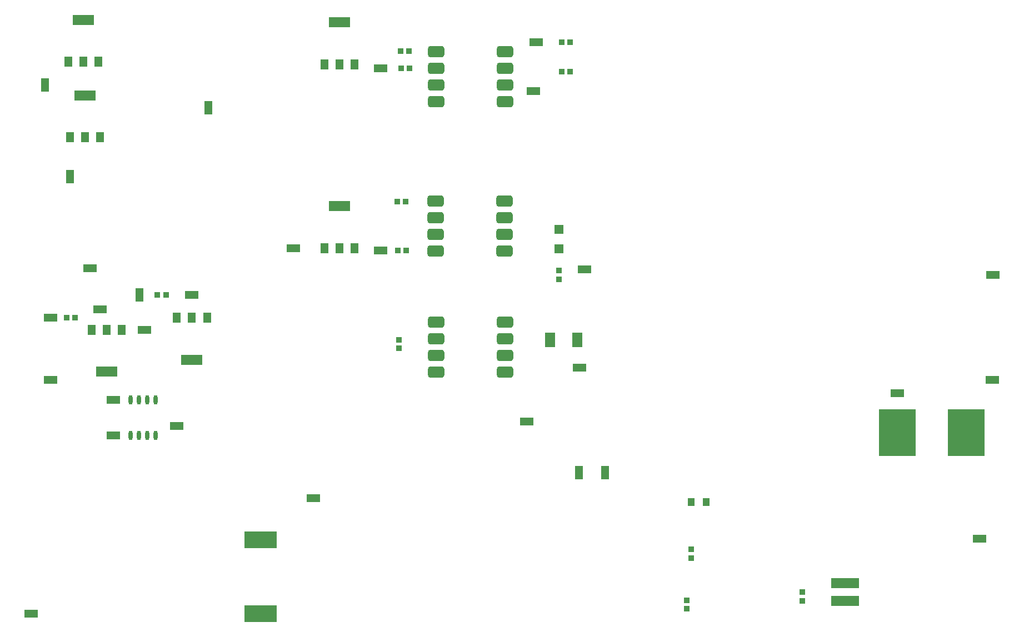
<source format=gtp>
G04*
G04 #@! TF.GenerationSoftware,Altium Limited,Altium Designer,18.1.9 (240)*
G04*
G04 Layer_Color=8421504*
%FSLAX44Y44*%
%MOMM*%
G71*
G01*
G75*
%ADD20R,2.0500X1.1500*%
%ADD21R,1.1500X2.0500*%
%ADD22R,0.9500X0.8500*%
%ADD23R,4.3000X1.6000*%
%ADD24R,0.8500X0.9500*%
%ADD25R,5.0000X2.5000*%
G04:AMPARAMS|DCode=26|XSize=2.52mm|YSize=1.75mm|CornerRadius=0.4375mm|HoleSize=0mm|Usage=FLASHONLY|Rotation=180.000|XOffset=0mm|YOffset=0mm|HoleType=Round|Shape=RoundedRectangle|*
%AMROUNDEDRECTD26*
21,1,2.5200,0.8750,0,0,180.0*
21,1,1.6450,1.7500,0,0,180.0*
1,1,0.8750,-0.8225,0.4375*
1,1,0.8750,0.8225,0.4375*
1,1,0.8750,0.8225,-0.4375*
1,1,0.8750,-0.8225,-0.4375*
%
%ADD26ROUNDEDRECTD26*%
%ADD27R,3.3000X1.5000*%
%ADD28R,1.2000X1.5000*%
%ADD29R,1.4500X1.3500*%
%ADD30R,1.1000X1.3000*%
%ADD31O,0.6000X1.4500*%
%ADD32R,5.6000X7.2300*%
%ADD33R,1.6000X2.2000*%
D20*
X362000Y360000D02*
D03*
X265000Y345410D02*
D03*
X1605530Y590000D02*
D03*
X910000Y945000D02*
D03*
X385000Y560000D02*
D03*
X245000Y537234D02*
D03*
X312997Y506695D02*
D03*
X672950Y905000D02*
D03*
X905000Y870000D02*
D03*
X672950Y627290D02*
D03*
X983300Y598750D02*
D03*
X975900Y448500D02*
D03*
X895000Y366500D02*
D03*
X265000Y399910D02*
D03*
X230000Y600000D02*
D03*
X170000Y525000D02*
D03*
X540000Y631000D02*
D03*
X1460000Y410000D02*
D03*
X1605000Y430000D02*
D03*
X1585000Y187977D02*
D03*
X140000Y73750D02*
D03*
X570000Y249400D02*
D03*
X170000Y430000D02*
D03*
D21*
X975000Y288750D02*
D03*
X1015000Y288754D02*
D03*
X199000Y740000D02*
D03*
X305000Y560000D02*
D03*
X161500Y880000D02*
D03*
X410000Y845000D02*
D03*
D22*
X1315000Y93500D02*
D03*
Y106500D02*
D03*
X700840Y478500D02*
D03*
Y491500D02*
D03*
X1139190Y81130D02*
D03*
Y94130D02*
D03*
X1145540Y158600D02*
D03*
Y171600D02*
D03*
X944400Y596500D02*
D03*
Y583500D02*
D03*
D23*
X1380000Y120000D02*
D03*
Y93000D02*
D03*
D24*
X702840Y931030D02*
D03*
X715840D02*
D03*
X193850Y525000D02*
D03*
X206850D02*
D03*
X948500Y945000D02*
D03*
X961500D02*
D03*
X345590Y560000D02*
D03*
X332590D02*
D03*
X716500Y905300D02*
D03*
X703500D02*
D03*
X961500Y899600D02*
D03*
X948500D02*
D03*
X698500Y627290D02*
D03*
X711500D02*
D03*
X697950Y702220D02*
D03*
X710950D02*
D03*
D25*
X490000Y73750D02*
D03*
Y186250D02*
D03*
D26*
X862600Y441900D02*
D03*
Y467300D02*
D03*
Y492700D02*
D03*
Y518100D02*
D03*
X757400D02*
D03*
Y492700D02*
D03*
Y467300D02*
D03*
Y441900D02*
D03*
X756390Y702360D02*
D03*
Y676960D02*
D03*
Y651560D02*
D03*
Y626160D02*
D03*
X861590D02*
D03*
Y651560D02*
D03*
Y676960D02*
D03*
Y702360D02*
D03*
X862600Y930700D02*
D03*
Y905300D02*
D03*
Y879900D02*
D03*
Y854500D02*
D03*
X757400D02*
D03*
Y879900D02*
D03*
Y905300D02*
D03*
Y930700D02*
D03*
D27*
X219500Y979000D02*
D03*
X222000Y864000D02*
D03*
X385000Y461000D02*
D03*
X255000Y442695D02*
D03*
X610000Y695000D02*
D03*
Y975000D02*
D03*
D28*
X242500Y915000D02*
D03*
X219500D02*
D03*
X196500D02*
D03*
X245000Y800000D02*
D03*
X222000D02*
D03*
X199000D02*
D03*
X362000Y525000D02*
D03*
X385000D02*
D03*
X408000D02*
D03*
X232000Y506695D02*
D03*
X255000D02*
D03*
X278000D02*
D03*
X587000Y631000D02*
D03*
X610000D02*
D03*
X633000D02*
D03*
X587000Y911000D02*
D03*
X610000D02*
D03*
X633000D02*
D03*
D29*
X944400Y630250D02*
D03*
Y659750D02*
D03*
D30*
X1145540Y243840D02*
D03*
X1168540D02*
D03*
D31*
X329430Y399910D02*
D03*
X316730D02*
D03*
X304030D02*
D03*
X291330D02*
D03*
X329430Y345410D02*
D03*
X316730D02*
D03*
X304030D02*
D03*
X291330D02*
D03*
D32*
X1565000Y350000D02*
D03*
X1460000D02*
D03*
D33*
X972058Y491160D02*
D03*
X931058D02*
D03*
M02*

</source>
